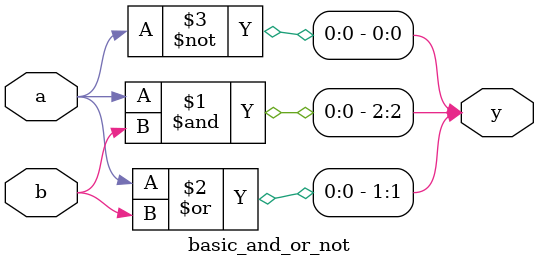
<source format=v>
`timescale 1ns/1ps

module basic_and_or_not(
        input  wire a,
        input  wire b,
        output wire[2:0] y
);

        assign y[2] = a & b;
        assign y[1] = a | b;
        assign y[0] = ~a;

endmodule

</source>
